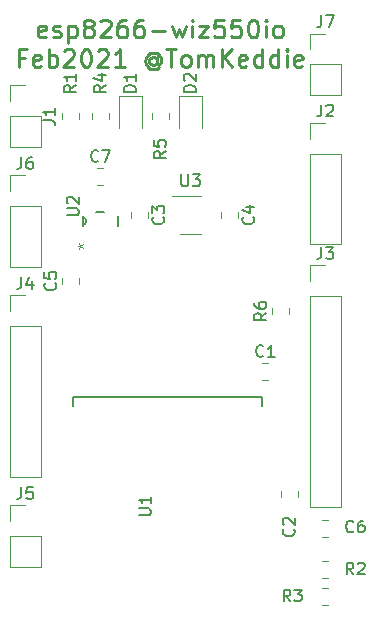
<source format=gbr>
%TF.GenerationSoftware,KiCad,Pcbnew,5.1.7-a382d34a8~88~ubuntu20.04.1*%
%TF.CreationDate,2021-02-19T15:38:58-08:00*%
%TF.ProjectId,esp8266-wiz550io,65737038-3236-4362-9d77-697a35353069,Feb2021*%
%TF.SameCoordinates,Original*%
%TF.FileFunction,Legend,Top*%
%TF.FilePolarity,Positive*%
%FSLAX46Y46*%
G04 Gerber Fmt 4.6, Leading zero omitted, Abs format (unit mm)*
G04 Created by KiCad (PCBNEW 5.1.7-a382d34a8~88~ubuntu20.04.1) date 2021-02-19 15:38:58*
%MOMM*%
%LPD*%
G01*
G04 APERTURE LIST*
%ADD10C,0.250000*%
%ADD11C,0.152400*%
%ADD12C,0.120000*%
%ADD13C,0.150000*%
%ADD14C,0.015000*%
G04 APERTURE END LIST*
D10*
X52515714Y-27551142D02*
X52372857Y-27622571D01*
X52087142Y-27622571D01*
X51944285Y-27551142D01*
X51872857Y-27408285D01*
X51872857Y-26836857D01*
X51944285Y-26694000D01*
X52087142Y-26622571D01*
X52372857Y-26622571D01*
X52515714Y-26694000D01*
X52587142Y-26836857D01*
X52587142Y-26979714D01*
X51872857Y-27122571D01*
X53158571Y-27551142D02*
X53301428Y-27622571D01*
X53587142Y-27622571D01*
X53729999Y-27551142D01*
X53801428Y-27408285D01*
X53801428Y-27336857D01*
X53729999Y-27194000D01*
X53587142Y-27122571D01*
X53372857Y-27122571D01*
X53229999Y-27051142D01*
X53158571Y-26908285D01*
X53158571Y-26836857D01*
X53229999Y-26694000D01*
X53372857Y-26622571D01*
X53587142Y-26622571D01*
X53729999Y-26694000D01*
X54444285Y-26622571D02*
X54444285Y-28122571D01*
X54444285Y-26694000D02*
X54587142Y-26622571D01*
X54872857Y-26622571D01*
X55015714Y-26694000D01*
X55087142Y-26765428D01*
X55158571Y-26908285D01*
X55158571Y-27336857D01*
X55087142Y-27479714D01*
X55015714Y-27551142D01*
X54872857Y-27622571D01*
X54587142Y-27622571D01*
X54444285Y-27551142D01*
X56015714Y-26765428D02*
X55872857Y-26694000D01*
X55801428Y-26622571D01*
X55729999Y-26479714D01*
X55729999Y-26408285D01*
X55801428Y-26265428D01*
X55872857Y-26194000D01*
X56015714Y-26122571D01*
X56301428Y-26122571D01*
X56444285Y-26194000D01*
X56515714Y-26265428D01*
X56587142Y-26408285D01*
X56587142Y-26479714D01*
X56515714Y-26622571D01*
X56444285Y-26694000D01*
X56301428Y-26765428D01*
X56015714Y-26765428D01*
X55872857Y-26836857D01*
X55801428Y-26908285D01*
X55729999Y-27051142D01*
X55729999Y-27336857D01*
X55801428Y-27479714D01*
X55872857Y-27551142D01*
X56015714Y-27622571D01*
X56301428Y-27622571D01*
X56444285Y-27551142D01*
X56515714Y-27479714D01*
X56587142Y-27336857D01*
X56587142Y-27051142D01*
X56515714Y-26908285D01*
X56444285Y-26836857D01*
X56301428Y-26765428D01*
X57158571Y-26265428D02*
X57229999Y-26194000D01*
X57372857Y-26122571D01*
X57729999Y-26122571D01*
X57872857Y-26194000D01*
X57944285Y-26265428D01*
X58015714Y-26408285D01*
X58015714Y-26551142D01*
X57944285Y-26765428D01*
X57087142Y-27622571D01*
X58015714Y-27622571D01*
X59301428Y-26122571D02*
X59015714Y-26122571D01*
X58872857Y-26194000D01*
X58801428Y-26265428D01*
X58658571Y-26479714D01*
X58587142Y-26765428D01*
X58587142Y-27336857D01*
X58658571Y-27479714D01*
X58729999Y-27551142D01*
X58872857Y-27622571D01*
X59158571Y-27622571D01*
X59301428Y-27551142D01*
X59372857Y-27479714D01*
X59444285Y-27336857D01*
X59444285Y-26979714D01*
X59372857Y-26836857D01*
X59301428Y-26765428D01*
X59158571Y-26694000D01*
X58872857Y-26694000D01*
X58729999Y-26765428D01*
X58658571Y-26836857D01*
X58587142Y-26979714D01*
X60729999Y-26122571D02*
X60444285Y-26122571D01*
X60301428Y-26194000D01*
X60229999Y-26265428D01*
X60087142Y-26479714D01*
X60015714Y-26765428D01*
X60015714Y-27336857D01*
X60087142Y-27479714D01*
X60158571Y-27551142D01*
X60301428Y-27622571D01*
X60587142Y-27622571D01*
X60729999Y-27551142D01*
X60801428Y-27479714D01*
X60872857Y-27336857D01*
X60872857Y-26979714D01*
X60801428Y-26836857D01*
X60729999Y-26765428D01*
X60587142Y-26694000D01*
X60301428Y-26694000D01*
X60158571Y-26765428D01*
X60087142Y-26836857D01*
X60015714Y-26979714D01*
X61515714Y-27051142D02*
X62658571Y-27051142D01*
X63229999Y-26622571D02*
X63515714Y-27622571D01*
X63801428Y-26908285D01*
X64087142Y-27622571D01*
X64372857Y-26622571D01*
X64944285Y-27622571D02*
X64944285Y-26622571D01*
X64944285Y-26122571D02*
X64872857Y-26194000D01*
X64944285Y-26265428D01*
X65015714Y-26194000D01*
X64944285Y-26122571D01*
X64944285Y-26265428D01*
X65515714Y-26622571D02*
X66301428Y-26622571D01*
X65515714Y-27622571D01*
X66301428Y-27622571D01*
X67587142Y-26122571D02*
X66872857Y-26122571D01*
X66801428Y-26836857D01*
X66872857Y-26765428D01*
X67015714Y-26694000D01*
X67372857Y-26694000D01*
X67515714Y-26765428D01*
X67587142Y-26836857D01*
X67658571Y-26979714D01*
X67658571Y-27336857D01*
X67587142Y-27479714D01*
X67515714Y-27551142D01*
X67372857Y-27622571D01*
X67015714Y-27622571D01*
X66872857Y-27551142D01*
X66801428Y-27479714D01*
X69015714Y-26122571D02*
X68301428Y-26122571D01*
X68230000Y-26836857D01*
X68301428Y-26765428D01*
X68444285Y-26694000D01*
X68801428Y-26694000D01*
X68944285Y-26765428D01*
X69015714Y-26836857D01*
X69087142Y-26979714D01*
X69087142Y-27336857D01*
X69015714Y-27479714D01*
X68944285Y-27551142D01*
X68801428Y-27622571D01*
X68444285Y-27622571D01*
X68301428Y-27551142D01*
X68230000Y-27479714D01*
X70015714Y-26122571D02*
X70158571Y-26122571D01*
X70301428Y-26194000D01*
X70372857Y-26265428D01*
X70444285Y-26408285D01*
X70515714Y-26694000D01*
X70515714Y-27051142D01*
X70444285Y-27336857D01*
X70372857Y-27479714D01*
X70301428Y-27551142D01*
X70158571Y-27622571D01*
X70015714Y-27622571D01*
X69872857Y-27551142D01*
X69801428Y-27479714D01*
X69730000Y-27336857D01*
X69658571Y-27051142D01*
X69658571Y-26694000D01*
X69730000Y-26408285D01*
X69801428Y-26265428D01*
X69872857Y-26194000D01*
X70015714Y-26122571D01*
X71158571Y-27622571D02*
X71158571Y-26622571D01*
X71158571Y-26122571D02*
X71087142Y-26194000D01*
X71158571Y-26265428D01*
X71230000Y-26194000D01*
X71158571Y-26122571D01*
X71158571Y-26265428D01*
X72087142Y-27622571D02*
X71944285Y-27551142D01*
X71872857Y-27479714D01*
X71801428Y-27336857D01*
X71801428Y-26908285D01*
X71872857Y-26765428D01*
X71944285Y-26694000D01*
X72087142Y-26622571D01*
X72301428Y-26622571D01*
X72444285Y-26694000D01*
X72515714Y-26765428D01*
X72587142Y-26908285D01*
X72587142Y-27336857D01*
X72515714Y-27479714D01*
X72444285Y-27551142D01*
X72301428Y-27622571D01*
X72087142Y-27622571D01*
X50730000Y-29336857D02*
X50230000Y-29336857D01*
X50230000Y-30122571D02*
X50230000Y-28622571D01*
X50944285Y-28622571D01*
X52087142Y-30051142D02*
X51944285Y-30122571D01*
X51658571Y-30122571D01*
X51515714Y-30051142D01*
X51444285Y-29908285D01*
X51444285Y-29336857D01*
X51515714Y-29194000D01*
X51658571Y-29122571D01*
X51944285Y-29122571D01*
X52087142Y-29194000D01*
X52158571Y-29336857D01*
X52158571Y-29479714D01*
X51444285Y-29622571D01*
X52801428Y-30122571D02*
X52801428Y-28622571D01*
X52801428Y-29194000D02*
X52944285Y-29122571D01*
X53230000Y-29122571D01*
X53372857Y-29194000D01*
X53444285Y-29265428D01*
X53515714Y-29408285D01*
X53515714Y-29836857D01*
X53444285Y-29979714D01*
X53372857Y-30051142D01*
X53230000Y-30122571D01*
X52944285Y-30122571D01*
X52801428Y-30051142D01*
X54087142Y-28765428D02*
X54158571Y-28694000D01*
X54301428Y-28622571D01*
X54658571Y-28622571D01*
X54801428Y-28694000D01*
X54872857Y-28765428D01*
X54944285Y-28908285D01*
X54944285Y-29051142D01*
X54872857Y-29265428D01*
X54015714Y-30122571D01*
X54944285Y-30122571D01*
X55872857Y-28622571D02*
X56015714Y-28622571D01*
X56158571Y-28694000D01*
X56230000Y-28765428D01*
X56301428Y-28908285D01*
X56372857Y-29194000D01*
X56372857Y-29551142D01*
X56301428Y-29836857D01*
X56230000Y-29979714D01*
X56158571Y-30051142D01*
X56015714Y-30122571D01*
X55872857Y-30122571D01*
X55730000Y-30051142D01*
X55658571Y-29979714D01*
X55587142Y-29836857D01*
X55515714Y-29551142D01*
X55515714Y-29194000D01*
X55587142Y-28908285D01*
X55658571Y-28765428D01*
X55730000Y-28694000D01*
X55872857Y-28622571D01*
X56944285Y-28765428D02*
X57015714Y-28694000D01*
X57158571Y-28622571D01*
X57515714Y-28622571D01*
X57658571Y-28694000D01*
X57730000Y-28765428D01*
X57801428Y-28908285D01*
X57801428Y-29051142D01*
X57730000Y-29265428D01*
X56872857Y-30122571D01*
X57801428Y-30122571D01*
X59230000Y-30122571D02*
X58372857Y-30122571D01*
X58801428Y-30122571D02*
X58801428Y-28622571D01*
X58658571Y-28836857D01*
X58515714Y-28979714D01*
X58372857Y-29051142D01*
X61944285Y-29408285D02*
X61872857Y-29336857D01*
X61730000Y-29265428D01*
X61587142Y-29265428D01*
X61444285Y-29336857D01*
X61372857Y-29408285D01*
X61301428Y-29551142D01*
X61301428Y-29694000D01*
X61372857Y-29836857D01*
X61444285Y-29908285D01*
X61587142Y-29979714D01*
X61730000Y-29979714D01*
X61872857Y-29908285D01*
X61944285Y-29836857D01*
X61944285Y-29265428D02*
X61944285Y-29836857D01*
X62015714Y-29908285D01*
X62087142Y-29908285D01*
X62230000Y-29836857D01*
X62301428Y-29694000D01*
X62301428Y-29336857D01*
X62158571Y-29122571D01*
X61944285Y-28979714D01*
X61658571Y-28908285D01*
X61372857Y-28979714D01*
X61158571Y-29122571D01*
X61015714Y-29336857D01*
X60944285Y-29622571D01*
X61015714Y-29908285D01*
X61158571Y-30122571D01*
X61372857Y-30265428D01*
X61658571Y-30336857D01*
X61944285Y-30265428D01*
X62158571Y-30122571D01*
X62730000Y-28622571D02*
X63587142Y-28622571D01*
X63158571Y-30122571D02*
X63158571Y-28622571D01*
X64301428Y-30122571D02*
X64158571Y-30051142D01*
X64087142Y-29979714D01*
X64015714Y-29836857D01*
X64015714Y-29408285D01*
X64087142Y-29265428D01*
X64158571Y-29194000D01*
X64301428Y-29122571D01*
X64515714Y-29122571D01*
X64658571Y-29194000D01*
X64730000Y-29265428D01*
X64801428Y-29408285D01*
X64801428Y-29836857D01*
X64730000Y-29979714D01*
X64658571Y-30051142D01*
X64515714Y-30122571D01*
X64301428Y-30122571D01*
X65444285Y-30122571D02*
X65444285Y-29122571D01*
X65444285Y-29265428D02*
X65515714Y-29194000D01*
X65658571Y-29122571D01*
X65872857Y-29122571D01*
X66015714Y-29194000D01*
X66087142Y-29336857D01*
X66087142Y-30122571D01*
X66087142Y-29336857D02*
X66158571Y-29194000D01*
X66301428Y-29122571D01*
X66515714Y-29122571D01*
X66658571Y-29194000D01*
X66730000Y-29336857D01*
X66730000Y-30122571D01*
X67444285Y-30122571D02*
X67444285Y-28622571D01*
X68301428Y-30122571D02*
X67658571Y-29265428D01*
X68301428Y-28622571D02*
X67444285Y-29479714D01*
X69515714Y-30051142D02*
X69372857Y-30122571D01*
X69087142Y-30122571D01*
X68944285Y-30051142D01*
X68872857Y-29908285D01*
X68872857Y-29336857D01*
X68944285Y-29194000D01*
X69087142Y-29122571D01*
X69372857Y-29122571D01*
X69515714Y-29194000D01*
X69587142Y-29336857D01*
X69587142Y-29479714D01*
X68872857Y-29622571D01*
X70872857Y-30122571D02*
X70872857Y-28622571D01*
X70872857Y-30051142D02*
X70730000Y-30122571D01*
X70444285Y-30122571D01*
X70301428Y-30051142D01*
X70230000Y-29979714D01*
X70158571Y-29836857D01*
X70158571Y-29408285D01*
X70230000Y-29265428D01*
X70301428Y-29194000D01*
X70444285Y-29122571D01*
X70730000Y-29122571D01*
X70872857Y-29194000D01*
X72230000Y-30122571D02*
X72230000Y-28622571D01*
X72230000Y-30051142D02*
X72087142Y-30122571D01*
X71801428Y-30122571D01*
X71658571Y-30051142D01*
X71587142Y-29979714D01*
X71515714Y-29836857D01*
X71515714Y-29408285D01*
X71587142Y-29265428D01*
X71658571Y-29194000D01*
X71801428Y-29122571D01*
X72087142Y-29122571D01*
X72230000Y-29194000D01*
X72944285Y-30122571D02*
X72944285Y-29122571D01*
X72944285Y-28622571D02*
X72872857Y-28694000D01*
X72944285Y-28765428D01*
X73015714Y-28694000D01*
X72944285Y-28622571D01*
X72944285Y-28765428D01*
X74230000Y-30051142D02*
X74087142Y-30122571D01*
X73801428Y-30122571D01*
X73658571Y-30051142D01*
X73587142Y-29908285D01*
X73587142Y-29336857D01*
X73658571Y-29194000D01*
X73801428Y-29122571D01*
X74087142Y-29122571D01*
X74230000Y-29194000D01*
X74301428Y-29336857D01*
X74301428Y-29479714D01*
X73587142Y-29622571D01*
D11*
%TO.C,U1*%
X70866000Y-58801000D02*
X70866000Y-58039000D01*
X70866000Y-58039000D02*
X54864000Y-58039000D01*
X54864000Y-58039000D02*
X54864000Y-58801000D01*
D12*
%TO.C,J7*%
X74870000Y-32505000D02*
X77530000Y-32505000D01*
X74870000Y-29905000D02*
X74870000Y-32505000D01*
X77530000Y-29905000D02*
X77530000Y-32505000D01*
X74870000Y-29905000D02*
X77530000Y-29905000D01*
X74870000Y-28635000D02*
X74870000Y-27305000D01*
X74870000Y-27305000D02*
X76200000Y-27305000D01*
%TO.C,C7*%
X56891422Y-40080000D02*
X57408578Y-40080000D01*
X56891422Y-38660000D02*
X57408578Y-38660000D01*
%TO.C,C4*%
X67362000Y-42413422D02*
X67362000Y-42930578D01*
X68782000Y-42413422D02*
X68782000Y-42930578D01*
%TO.C,C3*%
X59742000Y-42413422D02*
X59742000Y-42930578D01*
X61162000Y-42413422D02*
X61162000Y-42930578D01*
%TO.C,C6*%
X76458578Y-68505000D02*
X75941422Y-68505000D01*
X76458578Y-69925000D02*
X75941422Y-69925000D01*
%TO.C,C5*%
X55320000Y-48518578D02*
X55320000Y-48001422D01*
X53900000Y-48518578D02*
X53900000Y-48001422D01*
%TO.C,U3*%
X65670000Y-41062000D02*
X63220000Y-41062000D01*
X63870000Y-44282000D02*
X65670000Y-44282000D01*
D11*
%TO.C,U2*%
X55651400Y-43484800D02*
X55651400Y-43611800D01*
X55651400Y-42875200D02*
X55651400Y-43484800D01*
X55651400Y-42748200D02*
X55651400Y-42875200D01*
X57480200Y-42418000D02*
X56819800Y-42418000D01*
X58648600Y-43611800D02*
X58648600Y-42748200D01*
X55651400Y-42875200D02*
G75*
G02*
X55651400Y-43484800I0J-304800D01*
G01*
D12*
%TO.C,R6*%
X73100000Y-51058578D02*
X73100000Y-50541422D01*
X71680000Y-51058578D02*
X71680000Y-50541422D01*
%TO.C,R5*%
X61520000Y-34031422D02*
X61520000Y-34548578D01*
X62940000Y-34031422D02*
X62940000Y-34548578D01*
%TO.C,R4*%
X56440000Y-34031422D02*
X56440000Y-34548578D01*
X57860000Y-34031422D02*
X57860000Y-34548578D01*
%TO.C,R3*%
X76458578Y-74220000D02*
X75941422Y-74220000D01*
X76458578Y-75640000D02*
X75941422Y-75640000D01*
%TO.C,R2*%
X76458578Y-71934000D02*
X75941422Y-71934000D01*
X76458578Y-73354000D02*
X75941422Y-73354000D01*
%TO.C,R1*%
X55320000Y-34548578D02*
X55320000Y-34031422D01*
X53900000Y-34548578D02*
X53900000Y-34031422D01*
%TO.C,J6*%
X49470000Y-39310000D02*
X50800000Y-39310000D01*
X49470000Y-40640000D02*
X49470000Y-39310000D01*
X49470000Y-41910000D02*
X52130000Y-41910000D01*
X52130000Y-41910000D02*
X52130000Y-47050000D01*
X49470000Y-41910000D02*
X49470000Y-47050000D01*
X49470000Y-47050000D02*
X52130000Y-47050000D01*
%TO.C,J5*%
X49470000Y-72450000D02*
X52130000Y-72450000D01*
X49470000Y-69850000D02*
X49470000Y-72450000D01*
X52130000Y-69850000D02*
X52130000Y-72450000D01*
X49470000Y-69850000D02*
X52130000Y-69850000D01*
X49470000Y-68580000D02*
X49470000Y-67250000D01*
X49470000Y-67250000D02*
X50800000Y-67250000D01*
%TO.C,J4*%
X49470000Y-64830000D02*
X52130000Y-64830000D01*
X49470000Y-52070000D02*
X49470000Y-64830000D01*
X52130000Y-52070000D02*
X52130000Y-64830000D01*
X49470000Y-52070000D02*
X52130000Y-52070000D01*
X49470000Y-50800000D02*
X49470000Y-49470000D01*
X49470000Y-49470000D02*
X50800000Y-49470000D01*
%TO.C,J3*%
X74870000Y-46930000D02*
X76200000Y-46930000D01*
X74870000Y-48260000D02*
X74870000Y-46930000D01*
X74870000Y-49530000D02*
X77530000Y-49530000D01*
X77530000Y-49530000D02*
X77530000Y-67370000D01*
X74870000Y-49530000D02*
X74870000Y-67370000D01*
X74870000Y-67370000D02*
X77530000Y-67370000D01*
%TO.C,J2*%
X74870000Y-45145000D02*
X77530000Y-45145000D01*
X74870000Y-37465000D02*
X74870000Y-45145000D01*
X77530000Y-37465000D02*
X77530000Y-45145000D01*
X74870000Y-37465000D02*
X77530000Y-37465000D01*
X74870000Y-36195000D02*
X74870000Y-34865000D01*
X74870000Y-34865000D02*
X76200000Y-34865000D01*
%TO.C,J1*%
X49470000Y-36890000D02*
X52130000Y-36890000D01*
X49470000Y-34290000D02*
X49470000Y-36890000D01*
X52130000Y-34290000D02*
X52130000Y-36890000D01*
X49470000Y-34290000D02*
X52130000Y-34290000D01*
X49470000Y-33020000D02*
X49470000Y-31690000D01*
X49470000Y-31690000D02*
X50800000Y-31690000D01*
%TO.C,D2*%
X63810000Y-32605000D02*
X63810000Y-35290000D01*
X65730000Y-32605000D02*
X63810000Y-32605000D01*
X65730000Y-35290000D02*
X65730000Y-32605000D01*
%TO.C,D1*%
X58730000Y-32605000D02*
X58730000Y-35290000D01*
X60650000Y-32605000D02*
X58730000Y-32605000D01*
X60650000Y-35290000D02*
X60650000Y-32605000D01*
%TO.C,C2*%
X72442000Y-66035422D02*
X72442000Y-66552578D01*
X73862000Y-66035422D02*
X73862000Y-66552578D01*
%TO.C,C1*%
X70861422Y-56590000D02*
X71378578Y-56590000D01*
X70861422Y-55170000D02*
X71378578Y-55170000D01*
%TO.C,U1*%
D13*
X60412380Y-68071904D02*
X61221904Y-68071904D01*
X61317142Y-68024285D01*
X61364761Y-67976666D01*
X61412380Y-67881428D01*
X61412380Y-67690952D01*
X61364761Y-67595714D01*
X61317142Y-67548095D01*
X61221904Y-67500476D01*
X60412380Y-67500476D01*
X61412380Y-66500476D02*
X61412380Y-67071904D01*
X61412380Y-66786190D02*
X60412380Y-66786190D01*
X60555238Y-66881428D01*
X60650476Y-66976666D01*
X60698095Y-67071904D01*
%TO.C,J7*%
X75866666Y-25757380D02*
X75866666Y-26471666D01*
X75819047Y-26614523D01*
X75723809Y-26709761D01*
X75580952Y-26757380D01*
X75485714Y-26757380D01*
X76247619Y-25757380D02*
X76914285Y-25757380D01*
X76485714Y-26757380D01*
%TO.C,C7*%
X56983333Y-38077142D02*
X56935714Y-38124761D01*
X56792857Y-38172380D01*
X56697619Y-38172380D01*
X56554761Y-38124761D01*
X56459523Y-38029523D01*
X56411904Y-37934285D01*
X56364285Y-37743809D01*
X56364285Y-37600952D01*
X56411904Y-37410476D01*
X56459523Y-37315238D01*
X56554761Y-37220000D01*
X56697619Y-37172380D01*
X56792857Y-37172380D01*
X56935714Y-37220000D01*
X56983333Y-37267619D01*
X57316666Y-37172380D02*
X57983333Y-37172380D01*
X57554761Y-38172380D01*
%TO.C,C4*%
X70079142Y-42838666D02*
X70126761Y-42886285D01*
X70174380Y-43029142D01*
X70174380Y-43124380D01*
X70126761Y-43267238D01*
X70031523Y-43362476D01*
X69936285Y-43410095D01*
X69745809Y-43457714D01*
X69602952Y-43457714D01*
X69412476Y-43410095D01*
X69317238Y-43362476D01*
X69222000Y-43267238D01*
X69174380Y-43124380D01*
X69174380Y-43029142D01*
X69222000Y-42886285D01*
X69269619Y-42838666D01*
X69507714Y-41981523D02*
X70174380Y-41981523D01*
X69126761Y-42219619D02*
X69841047Y-42457714D01*
X69841047Y-41838666D01*
%TO.C,C3*%
X62459142Y-42838666D02*
X62506761Y-42886285D01*
X62554380Y-43029142D01*
X62554380Y-43124380D01*
X62506761Y-43267238D01*
X62411523Y-43362476D01*
X62316285Y-43410095D01*
X62125809Y-43457714D01*
X61982952Y-43457714D01*
X61792476Y-43410095D01*
X61697238Y-43362476D01*
X61602000Y-43267238D01*
X61554380Y-43124380D01*
X61554380Y-43029142D01*
X61602000Y-42886285D01*
X61649619Y-42838666D01*
X61554380Y-42505333D02*
X61554380Y-41886285D01*
X61935333Y-42219619D01*
X61935333Y-42076761D01*
X61982952Y-41981523D01*
X62030571Y-41933904D01*
X62125809Y-41886285D01*
X62363904Y-41886285D01*
X62459142Y-41933904D01*
X62506761Y-41981523D01*
X62554380Y-42076761D01*
X62554380Y-42362476D01*
X62506761Y-42457714D01*
X62459142Y-42505333D01*
%TO.C,C6*%
X78573333Y-69445142D02*
X78525714Y-69492761D01*
X78382857Y-69540380D01*
X78287619Y-69540380D01*
X78144761Y-69492761D01*
X78049523Y-69397523D01*
X78001904Y-69302285D01*
X77954285Y-69111809D01*
X77954285Y-68968952D01*
X78001904Y-68778476D01*
X78049523Y-68683238D01*
X78144761Y-68588000D01*
X78287619Y-68540380D01*
X78382857Y-68540380D01*
X78525714Y-68588000D01*
X78573333Y-68635619D01*
X79430476Y-68540380D02*
X79240000Y-68540380D01*
X79144761Y-68588000D01*
X79097142Y-68635619D01*
X79001904Y-68778476D01*
X78954285Y-68968952D01*
X78954285Y-69349904D01*
X79001904Y-69445142D01*
X79049523Y-69492761D01*
X79144761Y-69540380D01*
X79335238Y-69540380D01*
X79430476Y-69492761D01*
X79478095Y-69445142D01*
X79525714Y-69349904D01*
X79525714Y-69111809D01*
X79478095Y-69016571D01*
X79430476Y-68968952D01*
X79335238Y-68921333D01*
X79144761Y-68921333D01*
X79049523Y-68968952D01*
X79001904Y-69016571D01*
X78954285Y-69111809D01*
%TO.C,C5*%
X53317142Y-48426666D02*
X53364761Y-48474285D01*
X53412380Y-48617142D01*
X53412380Y-48712380D01*
X53364761Y-48855238D01*
X53269523Y-48950476D01*
X53174285Y-48998095D01*
X52983809Y-49045714D01*
X52840952Y-49045714D01*
X52650476Y-48998095D01*
X52555238Y-48950476D01*
X52460000Y-48855238D01*
X52412380Y-48712380D01*
X52412380Y-48617142D01*
X52460000Y-48474285D01*
X52507619Y-48426666D01*
X52412380Y-47521904D02*
X52412380Y-47998095D01*
X52888571Y-48045714D01*
X52840952Y-47998095D01*
X52793333Y-47902857D01*
X52793333Y-47664761D01*
X52840952Y-47569523D01*
X52888571Y-47521904D01*
X52983809Y-47474285D01*
X53221904Y-47474285D01*
X53317142Y-47521904D01*
X53364761Y-47569523D01*
X53412380Y-47664761D01*
X53412380Y-47902857D01*
X53364761Y-47998095D01*
X53317142Y-48045714D01*
%TO.C,U3*%
X64008095Y-39224380D02*
X64008095Y-40033904D01*
X64055714Y-40129142D01*
X64103333Y-40176761D01*
X64198571Y-40224380D01*
X64389047Y-40224380D01*
X64484285Y-40176761D01*
X64531904Y-40129142D01*
X64579523Y-40033904D01*
X64579523Y-39224380D01*
X64960476Y-39224380D02*
X65579523Y-39224380D01*
X65246190Y-39605333D01*
X65389047Y-39605333D01*
X65484285Y-39652952D01*
X65531904Y-39700571D01*
X65579523Y-39795809D01*
X65579523Y-40033904D01*
X65531904Y-40129142D01*
X65484285Y-40176761D01*
X65389047Y-40224380D01*
X65103333Y-40224380D01*
X65008095Y-40176761D01*
X64960476Y-40129142D01*
%TO.C,U2*%
X54316380Y-42671904D02*
X55125904Y-42671904D01*
X55221142Y-42624285D01*
X55268761Y-42576666D01*
X55316380Y-42481428D01*
X55316380Y-42290952D01*
X55268761Y-42195714D01*
X55221142Y-42148095D01*
X55125904Y-42100476D01*
X54316380Y-42100476D01*
X54411619Y-41671904D02*
X54364000Y-41624285D01*
X54316380Y-41529047D01*
X54316380Y-41290952D01*
X54364000Y-41195714D01*
X54411619Y-41148095D01*
X54506857Y-41100476D01*
X54602095Y-41100476D01*
X54744952Y-41148095D01*
X55316380Y-41719523D01*
X55316380Y-41100476D01*
D14*
X55227552Y-45291740D02*
X55466047Y-45291740D01*
X55370649Y-45530234D02*
X55466047Y-45291740D01*
X55370649Y-45053245D01*
X55656842Y-45434836D02*
X55466047Y-45291740D01*
X55656842Y-45148643D01*
%TO.C,R6*%
D13*
X71192380Y-50966666D02*
X70716190Y-51300000D01*
X71192380Y-51538095D02*
X70192380Y-51538095D01*
X70192380Y-51157142D01*
X70240000Y-51061904D01*
X70287619Y-51014285D01*
X70382857Y-50966666D01*
X70525714Y-50966666D01*
X70620952Y-51014285D01*
X70668571Y-51061904D01*
X70716190Y-51157142D01*
X70716190Y-51538095D01*
X70192380Y-50109523D02*
X70192380Y-50300000D01*
X70240000Y-50395238D01*
X70287619Y-50442857D01*
X70430476Y-50538095D01*
X70620952Y-50585714D01*
X71001904Y-50585714D01*
X71097142Y-50538095D01*
X71144761Y-50490476D01*
X71192380Y-50395238D01*
X71192380Y-50204761D01*
X71144761Y-50109523D01*
X71097142Y-50061904D01*
X71001904Y-50014285D01*
X70763809Y-50014285D01*
X70668571Y-50061904D01*
X70620952Y-50109523D01*
X70573333Y-50204761D01*
X70573333Y-50395238D01*
X70620952Y-50490476D01*
X70668571Y-50538095D01*
X70763809Y-50585714D01*
%TO.C,R5*%
X62682380Y-37250666D02*
X62206190Y-37584000D01*
X62682380Y-37822095D02*
X61682380Y-37822095D01*
X61682380Y-37441142D01*
X61730000Y-37345904D01*
X61777619Y-37298285D01*
X61872857Y-37250666D01*
X62015714Y-37250666D01*
X62110952Y-37298285D01*
X62158571Y-37345904D01*
X62206190Y-37441142D01*
X62206190Y-37822095D01*
X61682380Y-36345904D02*
X61682380Y-36822095D01*
X62158571Y-36869714D01*
X62110952Y-36822095D01*
X62063333Y-36726857D01*
X62063333Y-36488761D01*
X62110952Y-36393523D01*
X62158571Y-36345904D01*
X62253809Y-36298285D01*
X62491904Y-36298285D01*
X62587142Y-36345904D01*
X62634761Y-36393523D01*
X62682380Y-36488761D01*
X62682380Y-36726857D01*
X62634761Y-36822095D01*
X62587142Y-36869714D01*
%TO.C,R4*%
X57602380Y-31662666D02*
X57126190Y-31996000D01*
X57602380Y-32234095D02*
X56602380Y-32234095D01*
X56602380Y-31853142D01*
X56650000Y-31757904D01*
X56697619Y-31710285D01*
X56792857Y-31662666D01*
X56935714Y-31662666D01*
X57030952Y-31710285D01*
X57078571Y-31757904D01*
X57126190Y-31853142D01*
X57126190Y-32234095D01*
X56935714Y-30805523D02*
X57602380Y-30805523D01*
X56554761Y-31043619D02*
X57269047Y-31281714D01*
X57269047Y-30662666D01*
%TO.C,R3*%
X73239333Y-75382380D02*
X72906000Y-74906190D01*
X72667904Y-75382380D02*
X72667904Y-74382380D01*
X73048857Y-74382380D01*
X73144095Y-74430000D01*
X73191714Y-74477619D01*
X73239333Y-74572857D01*
X73239333Y-74715714D01*
X73191714Y-74810952D01*
X73144095Y-74858571D01*
X73048857Y-74906190D01*
X72667904Y-74906190D01*
X73572666Y-74382380D02*
X74191714Y-74382380D01*
X73858380Y-74763333D01*
X74001238Y-74763333D01*
X74096476Y-74810952D01*
X74144095Y-74858571D01*
X74191714Y-74953809D01*
X74191714Y-75191904D01*
X74144095Y-75287142D01*
X74096476Y-75334761D01*
X74001238Y-75382380D01*
X73715523Y-75382380D01*
X73620285Y-75334761D01*
X73572666Y-75287142D01*
%TO.C,R2*%
X78573333Y-73096380D02*
X78240000Y-72620190D01*
X78001904Y-73096380D02*
X78001904Y-72096380D01*
X78382857Y-72096380D01*
X78478095Y-72144000D01*
X78525714Y-72191619D01*
X78573333Y-72286857D01*
X78573333Y-72429714D01*
X78525714Y-72524952D01*
X78478095Y-72572571D01*
X78382857Y-72620190D01*
X78001904Y-72620190D01*
X78954285Y-72191619D02*
X79001904Y-72144000D01*
X79097142Y-72096380D01*
X79335238Y-72096380D01*
X79430476Y-72144000D01*
X79478095Y-72191619D01*
X79525714Y-72286857D01*
X79525714Y-72382095D01*
X79478095Y-72524952D01*
X78906666Y-73096380D01*
X79525714Y-73096380D01*
%TO.C,R1*%
X55062380Y-31662666D02*
X54586190Y-31996000D01*
X55062380Y-32234095D02*
X54062380Y-32234095D01*
X54062380Y-31853142D01*
X54110000Y-31757904D01*
X54157619Y-31710285D01*
X54252857Y-31662666D01*
X54395714Y-31662666D01*
X54490952Y-31710285D01*
X54538571Y-31757904D01*
X54586190Y-31853142D01*
X54586190Y-32234095D01*
X55062380Y-30710285D02*
X55062380Y-31281714D01*
X55062380Y-30996000D02*
X54062380Y-30996000D01*
X54205238Y-31091238D01*
X54300476Y-31186476D01*
X54348095Y-31281714D01*
%TO.C,J6*%
X50466666Y-37762380D02*
X50466666Y-38476666D01*
X50419047Y-38619523D01*
X50323809Y-38714761D01*
X50180952Y-38762380D01*
X50085714Y-38762380D01*
X51371428Y-37762380D02*
X51180952Y-37762380D01*
X51085714Y-37810000D01*
X51038095Y-37857619D01*
X50942857Y-38000476D01*
X50895238Y-38190952D01*
X50895238Y-38571904D01*
X50942857Y-38667142D01*
X50990476Y-38714761D01*
X51085714Y-38762380D01*
X51276190Y-38762380D01*
X51371428Y-38714761D01*
X51419047Y-38667142D01*
X51466666Y-38571904D01*
X51466666Y-38333809D01*
X51419047Y-38238571D01*
X51371428Y-38190952D01*
X51276190Y-38143333D01*
X51085714Y-38143333D01*
X50990476Y-38190952D01*
X50942857Y-38238571D01*
X50895238Y-38333809D01*
%TO.C,J5*%
X50466666Y-65702380D02*
X50466666Y-66416666D01*
X50419047Y-66559523D01*
X50323809Y-66654761D01*
X50180952Y-66702380D01*
X50085714Y-66702380D01*
X51419047Y-65702380D02*
X50942857Y-65702380D01*
X50895238Y-66178571D01*
X50942857Y-66130952D01*
X51038095Y-66083333D01*
X51276190Y-66083333D01*
X51371428Y-66130952D01*
X51419047Y-66178571D01*
X51466666Y-66273809D01*
X51466666Y-66511904D01*
X51419047Y-66607142D01*
X51371428Y-66654761D01*
X51276190Y-66702380D01*
X51038095Y-66702380D01*
X50942857Y-66654761D01*
X50895238Y-66607142D01*
%TO.C,J4*%
X50466666Y-47922380D02*
X50466666Y-48636666D01*
X50419047Y-48779523D01*
X50323809Y-48874761D01*
X50180952Y-48922380D01*
X50085714Y-48922380D01*
X51371428Y-48255714D02*
X51371428Y-48922380D01*
X51133333Y-47874761D02*
X50895238Y-48589047D01*
X51514285Y-48589047D01*
%TO.C,J3*%
X75866666Y-45382380D02*
X75866666Y-46096666D01*
X75819047Y-46239523D01*
X75723809Y-46334761D01*
X75580952Y-46382380D01*
X75485714Y-46382380D01*
X76247619Y-45382380D02*
X76866666Y-45382380D01*
X76533333Y-45763333D01*
X76676190Y-45763333D01*
X76771428Y-45810952D01*
X76819047Y-45858571D01*
X76866666Y-45953809D01*
X76866666Y-46191904D01*
X76819047Y-46287142D01*
X76771428Y-46334761D01*
X76676190Y-46382380D01*
X76390476Y-46382380D01*
X76295238Y-46334761D01*
X76247619Y-46287142D01*
%TO.C,J2*%
X75866666Y-33317380D02*
X75866666Y-34031666D01*
X75819047Y-34174523D01*
X75723809Y-34269761D01*
X75580952Y-34317380D01*
X75485714Y-34317380D01*
X76295238Y-33412619D02*
X76342857Y-33365000D01*
X76438095Y-33317380D01*
X76676190Y-33317380D01*
X76771428Y-33365000D01*
X76819047Y-33412619D01*
X76866666Y-33507857D01*
X76866666Y-33603095D01*
X76819047Y-33745952D01*
X76247619Y-34317380D01*
X76866666Y-34317380D01*
%TO.C,J1*%
X52284380Y-34623333D02*
X52998666Y-34623333D01*
X53141523Y-34670952D01*
X53236761Y-34766190D01*
X53284380Y-34909047D01*
X53284380Y-35004285D01*
X53284380Y-33623333D02*
X53284380Y-34194761D01*
X53284380Y-33909047D02*
X52284380Y-33909047D01*
X52427238Y-34004285D01*
X52522476Y-34099523D01*
X52570095Y-34194761D01*
%TO.C,D2*%
X65222380Y-32234095D02*
X64222380Y-32234095D01*
X64222380Y-31996000D01*
X64270000Y-31853142D01*
X64365238Y-31757904D01*
X64460476Y-31710285D01*
X64650952Y-31662666D01*
X64793809Y-31662666D01*
X64984285Y-31710285D01*
X65079523Y-31757904D01*
X65174761Y-31853142D01*
X65222380Y-31996000D01*
X65222380Y-32234095D01*
X64317619Y-31281714D02*
X64270000Y-31234095D01*
X64222380Y-31138857D01*
X64222380Y-30900761D01*
X64270000Y-30805523D01*
X64317619Y-30757904D01*
X64412857Y-30710285D01*
X64508095Y-30710285D01*
X64650952Y-30757904D01*
X65222380Y-31329333D01*
X65222380Y-30710285D01*
%TO.C,D1*%
X60142380Y-32234095D02*
X59142380Y-32234095D01*
X59142380Y-31996000D01*
X59190000Y-31853142D01*
X59285238Y-31757904D01*
X59380476Y-31710285D01*
X59570952Y-31662666D01*
X59713809Y-31662666D01*
X59904285Y-31710285D01*
X59999523Y-31757904D01*
X60094761Y-31853142D01*
X60142380Y-31996000D01*
X60142380Y-32234095D01*
X60142380Y-30710285D02*
X60142380Y-31281714D01*
X60142380Y-30996000D02*
X59142380Y-30996000D01*
X59285238Y-31091238D01*
X59380476Y-31186476D01*
X59428095Y-31281714D01*
%TO.C,C2*%
X73509142Y-69254666D02*
X73556761Y-69302285D01*
X73604380Y-69445142D01*
X73604380Y-69540380D01*
X73556761Y-69683238D01*
X73461523Y-69778476D01*
X73366285Y-69826095D01*
X73175809Y-69873714D01*
X73032952Y-69873714D01*
X72842476Y-69826095D01*
X72747238Y-69778476D01*
X72652000Y-69683238D01*
X72604380Y-69540380D01*
X72604380Y-69445142D01*
X72652000Y-69302285D01*
X72699619Y-69254666D01*
X72699619Y-68873714D02*
X72652000Y-68826095D01*
X72604380Y-68730857D01*
X72604380Y-68492761D01*
X72652000Y-68397523D01*
X72699619Y-68349904D01*
X72794857Y-68302285D01*
X72890095Y-68302285D01*
X73032952Y-68349904D01*
X73604380Y-68921333D01*
X73604380Y-68302285D01*
%TO.C,C1*%
X70953333Y-54587142D02*
X70905714Y-54634761D01*
X70762857Y-54682380D01*
X70667619Y-54682380D01*
X70524761Y-54634761D01*
X70429523Y-54539523D01*
X70381904Y-54444285D01*
X70334285Y-54253809D01*
X70334285Y-54110952D01*
X70381904Y-53920476D01*
X70429523Y-53825238D01*
X70524761Y-53730000D01*
X70667619Y-53682380D01*
X70762857Y-53682380D01*
X70905714Y-53730000D01*
X70953333Y-53777619D01*
X71905714Y-54682380D02*
X71334285Y-54682380D01*
X71620000Y-54682380D02*
X71620000Y-53682380D01*
X71524761Y-53825238D01*
X71429523Y-53920476D01*
X71334285Y-53968095D01*
%TD*%
M02*

</source>
